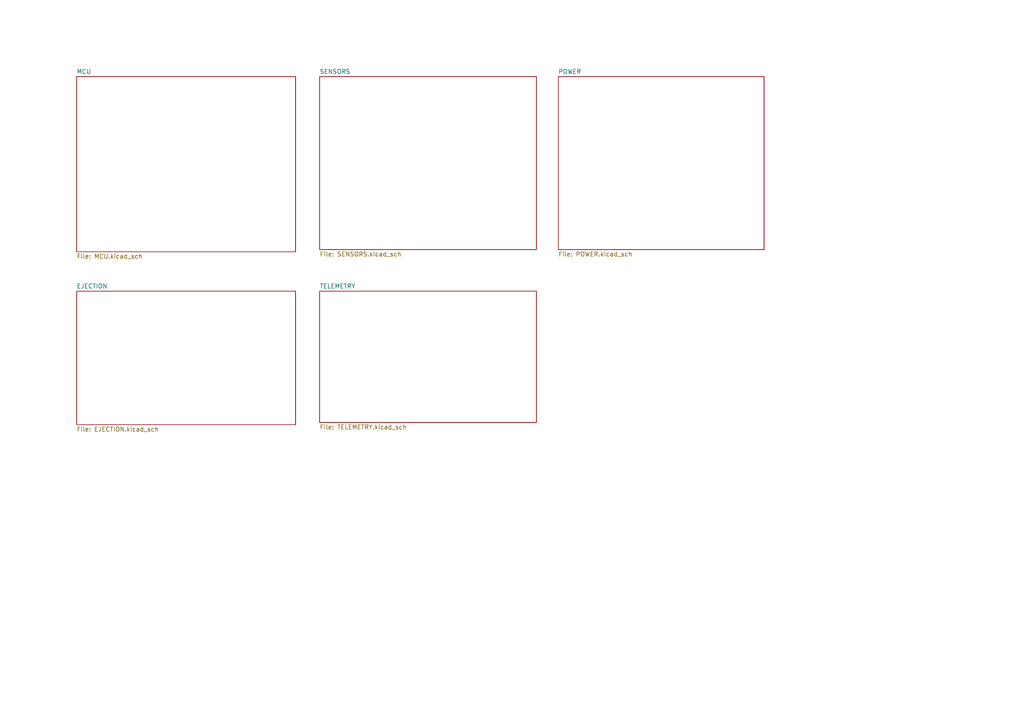
<source format=kicad_sch>
(kicad_sch (version 20211123) (generator eeschema)

  (uuid e63e39d7-6ac0-4ffd-8aa3-1841a4541b55)

  (paper "A4")

  (title_block
    (title "SRAD Altimeter MK1")
    (date "2022-07-24")
    (rev "1.0")
    (company "Illinois Space Society")
  )

  (lib_symbols
  )


  (sheet (at 22.225 84.455) (size 63.5 38.735) (fields_autoplaced)
    (stroke (width 0.1524) (type solid) (color 0 0 0 0))
    (fill (color 0 0 0 0.0000))
    (uuid 01815d6f-649b-4691-94f8-fa62f1a8f9ee)
    (property "Sheet name" "EJECTION" (id 0) (at 22.225 83.7434 0)
      (effects (font (size 1.27 1.27)) (justify left bottom))
    )
    (property "Sheet file" "EJECTION.kicad_sch" (id 1) (at 22.225 123.7746 0)
      (effects (font (size 1.27 1.27)) (justify left top))
    )
  )

  (sheet (at 92.71 84.455) (size 62.865 38.1) (fields_autoplaced)
    (stroke (width 0.1524) (type solid) (color 0 0 0 0))
    (fill (color 0 0 0 0.0000))
    (uuid 0f2723f3-efa0-49b7-9b45-49d5a29d12a2)
    (property "Sheet name" "TELEMETRY" (id 0) (at 92.71 83.7434 0)
      (effects (font (size 1.27 1.27)) (justify left bottom))
    )
    (property "Sheet file" "TELEMETRY.kicad_sch" (id 1) (at 92.71 123.1396 0)
      (effects (font (size 1.27 1.27)) (justify left top))
    )
  )

  (sheet (at 22.225 22.225) (size 63.5 50.8) (fields_autoplaced)
    (stroke (width 0.1524) (type solid) (color 0 0 0 0))
    (fill (color 0 0 0 0.0000))
    (uuid b88e37e1-be96-45eb-9f50-96ad487b90f5)
    (property "Sheet name" "MCU" (id 0) (at 22.225 21.5134 0)
      (effects (font (size 1.27 1.27)) (justify left bottom))
    )
    (property "Sheet file" "MCU.kicad_sch" (id 1) (at 22.225 73.6096 0)
      (effects (font (size 1.27 1.27)) (justify left top))
    )
  )

  (sheet (at 92.71 22.225) (size 62.865 50.165) (fields_autoplaced)
    (stroke (width 0.1524) (type solid) (color 0 0 0 0))
    (fill (color 0 0 0 0.0000))
    (uuid cb7fbc64-6ceb-43d7-bbb6-79cb5ad2c49a)
    (property "Sheet name" "SENSORS" (id 0) (at 92.71 21.5134 0)
      (effects (font (size 1.27 1.27)) (justify left bottom))
    )
    (property "Sheet file" "SENSORS.kicad_sch" (id 1) (at 92.71 72.9746 0)
      (effects (font (size 1.27 1.27)) (justify left top))
    )
  )

  (sheet (at 161.925 22.225) (size 59.69 50.165) (fields_autoplaced)
    (stroke (width 0.1524) (type solid) (color 0 0 0 0))
    (fill (color 0 0 0 0.0000))
    (uuid f69f1fa1-ad9a-4b8e-a9aa-599f790d71d7)
    (property "Sheet name" "POWER" (id 0) (at 161.925 21.5134 0)
      (effects (font (size 1.27 1.27)) (justify left bottom))
    )
    (property "Sheet file" "POWER.kicad_sch" (id 1) (at 161.925 72.9746 0)
      (effects (font (size 1.27 1.27)) (justify left top))
    )
  )

  (sheet_instances
    (path "/" (page "1"))
    (path "/b88e37e1-be96-45eb-9f50-96ad487b90f5" (page "2"))
    (path "/cb7fbc64-6ceb-43d7-bbb6-79cb5ad2c49a" (page "3"))
    (path "/f69f1fa1-ad9a-4b8e-a9aa-599f790d71d7" (page "4"))
    (path "/01815d6f-649b-4691-94f8-fa62f1a8f9ee" (page "5"))
    (path "/0f2723f3-efa0-49b7-9b45-49d5a29d12a2" (page "6"))
  )

  (symbol_instances
    (path "/01815d6f-649b-4691-94f8-fa62f1a8f9ee/017e674e-901d-4413-b237-39061f0d4fb4"
      (reference "#PWR?") (unit 1) (value "GND") (footprint "")
    )
    (path "/01815d6f-649b-4691-94f8-fa62f1a8f9ee/02947b9a-d4be-45fd-9537-90eb21bae0ef"
      (reference "#PWR?") (unit 1) (value "GND") (footprint "")
    )
    (path "/cb7fbc64-6ceb-43d7-bbb6-79cb5ad2c49a/055f5a0f-458a-4fae-8b82-628edcec17a8"
      (reference "#PWR?") (unit 1) (value "GND") (footprint "")
    )
    (path "/01815d6f-649b-4691-94f8-fa62f1a8f9ee/0836b0a2-5a95-4723-a574-6fbe323bb55a"
      (reference "#PWR?") (unit 1) (value "GND") (footprint "")
    )
    (path "/01815d6f-649b-4691-94f8-fa62f1a8f9ee/1562306c-df39-47de-84c0-bc1b1fd0d718"
      (reference "#PWR?") (unit 1) (value "GND") (footprint "")
    )
    (path "/f69f1fa1-ad9a-4b8e-a9aa-599f790d71d7/29f59b6f-16bc-4e4c-85c8-6347c71f3b1f"
      (reference "#PWR?") (unit 1) (value "GND") (footprint "")
    )
    (path "/f69f1fa1-ad9a-4b8e-a9aa-599f790d71d7/340ceb86-a573-4c9a-8ed4-778b70cc3246"
      (reference "#PWR?") (unit 1) (value "GND") (footprint "")
    )
    (path "/01815d6f-649b-4691-94f8-fa62f1a8f9ee/37ea2744-8b92-4da3-b709-88f79dd2b24b"
      (reference "#PWR?") (unit 1) (value "GND") (footprint "")
    )
    (path "/01815d6f-649b-4691-94f8-fa62f1a8f9ee/39d28f62-8998-42d6-b49e-66e54d229934"
      (reference "#PWR?") (unit 1) (value "GND2") (footprint "")
    )
    (path "/01815d6f-649b-4691-94f8-fa62f1a8f9ee/4092991c-3546-4a48-9ed4-6324d0d49cf1"
      (reference "#PWR?") (unit 1) (value "GND2") (footprint "")
    )
    (path "/01815d6f-649b-4691-94f8-fa62f1a8f9ee/43fbca47-0b84-4747-941d-a593d64508ef"
      (reference "#PWR?") (unit 1) (value "GND") (footprint "")
    )
    (path "/01815d6f-649b-4691-94f8-fa62f1a8f9ee/4d157688-d0c1-4a37-aa62-031a1846a3e8"
      (reference "#PWR?") (unit 1) (value "GND") (footprint "")
    )
    (path "/cb7fbc64-6ceb-43d7-bbb6-79cb5ad2c49a/51784ed6-b7ec-4deb-927e-94fcff78af76"
      (reference "#PWR?") (unit 1) (value "GND") (footprint "")
    )
    (path "/01815d6f-649b-4691-94f8-fa62f1a8f9ee/53e90b15-03bd-4ef2-b6e8-7af49613d188"
      (reference "#PWR?") (unit 1) (value "GND") (footprint "")
    )
    (path "/cb7fbc64-6ceb-43d7-bbb6-79cb5ad2c49a/699a1c17-d3e8-4549-910c-1c7783cb43cc"
      (reference "#PWR?") (unit 1) (value "GND") (footprint "")
    )
    (path "/01815d6f-649b-4691-94f8-fa62f1a8f9ee/72713c3b-d51e-4a7b-9851-957e7658667c"
      (reference "#PWR?") (unit 1) (value "GND") (footprint "")
    )
    (path "/f69f1fa1-ad9a-4b8e-a9aa-599f790d71d7/73fa3859-8d43-40a2-968e-56f969f8b972"
      (reference "#PWR?") (unit 1) (value "GND") (footprint "")
    )
    (path "/01815d6f-649b-4691-94f8-fa62f1a8f9ee/7c51f7bf-9940-4a20-aaad-08cd605d21df"
      (reference "#PWR?") (unit 1) (value "GND2") (footprint "")
    )
    (path "/01815d6f-649b-4691-94f8-fa62f1a8f9ee/837b80c5-ea27-4755-af74-3786b3a150a2"
      (reference "#PWR?") (unit 1) (value "GND") (footprint "")
    )
    (path "/01815d6f-649b-4691-94f8-fa62f1a8f9ee/8eba3471-54c6-4e4c-8a0c-7044e73c99b5"
      (reference "#PWR?") (unit 1) (value "GND") (footprint "")
    )
    (path "/01815d6f-649b-4691-94f8-fa62f1a8f9ee/99232e1c-7bce-4e9b-8c3b-45b6b55bd6c9"
      (reference "#PWR?") (unit 1) (value "GND2") (footprint "")
    )
    (path "/cb7fbc64-6ceb-43d7-bbb6-79cb5ad2c49a/9d7d89b5-7c7b-4bba-82b7-851e9dd04d2d"
      (reference "#PWR?") (unit 1) (value "GND") (footprint "")
    )
    (path "/cb7fbc64-6ceb-43d7-bbb6-79cb5ad2c49a/a58e35a9-76eb-4585-9f48-b9c97478af6b"
      (reference "#PWR?") (unit 1) (value "GND") (footprint "")
    )
    (path "/01815d6f-649b-4691-94f8-fa62f1a8f9ee/af651563-6477-4f0c-af9a-ccd8af8309f9"
      (reference "#PWR?") (unit 1) (value "GND") (footprint "")
    )
    (path "/01815d6f-649b-4691-94f8-fa62f1a8f9ee/b0a63ef2-338b-4081-a66d-d443070b9cbc"
      (reference "#PWR?") (unit 1) (value "GND") (footprint "")
    )
    (path "/01815d6f-649b-4691-94f8-fa62f1a8f9ee/b2f822a9-dcea-498b-aa1b-01b441d3f53d"
      (reference "#PWR?") (unit 1) (value "GND") (footprint "")
    )
    (path "/01815d6f-649b-4691-94f8-fa62f1a8f9ee/d6f29f8f-8618-4740-99de-8d85de58ea1a"
      (reference "#PWR?") (unit 1) (value "GND2") (footprint "")
    )
    (path "/01815d6f-649b-4691-94f8-fa62f1a8f9ee/e343c509-d9b9-4578-8c75-4e4b4a20c851"
      (reference "#PWR?") (unit 1) (value "GND2") (footprint "")
    )
    (path "/f69f1fa1-ad9a-4b8e-a9aa-599f790d71d7/e797bca5-bde5-48ac-8720-ec98feda2227"
      (reference "#PWR?") (unit 1) (value "GND") (footprint "")
    )
    (path "/01815d6f-649b-4691-94f8-fa62f1a8f9ee/eeef3750-49ba-4dde-8286-dcfbf19082b4"
      (reference "#PWR?") (unit 1) (value "GND") (footprint "")
    )
    (path "/cb7fbc64-6ceb-43d7-bbb6-79cb5ad2c49a/efd90f4c-d9f5-4142-8b83-d62b7f00a3b6"
      (reference "#PWR?") (unit 1) (value "GND") (footprint "")
    )
    (path "/01815d6f-649b-4691-94f8-fa62f1a8f9ee/f58374b7-4de5-4acb-a6a8-7cf0a8ccb4cc"
      (reference "#PWR?") (unit 1) (value "GND") (footprint "")
    )
    (path "/01815d6f-649b-4691-94f8-fa62f1a8f9ee/f5c681b3-8359-4ff2-8865-72e5cb886fa0"
      (reference "#PWR?") (unit 1) (value "GND") (footprint "")
    )
    (path "/01815d6f-649b-4691-94f8-fa62f1a8f9ee/fa1c4b39-720e-404d-b535-43d50ed94e66"
      (reference "#PWR?") (unit 1) (value "GND") (footprint "")
    )
    (path "/f69f1fa1-ad9a-4b8e-a9aa-599f790d71d7/572f81cd-b604-47e4-94fb-6a7a06b53f8b"
      (reference "BT?") (unit 1) (value "Battery_Cell") (footprint "")
    )
    (path "/b88e37e1-be96-45eb-9f50-96ad487b90f5/6fa936aa-c627-4c9c-9f6b-85354c33e36f"
      (reference "C1") (unit 1) (value "100 nF") (footprint "")
    )
    (path "/cb7fbc64-6ceb-43d7-bbb6-79cb5ad2c49a/fb8264c7-6c72-4dc9-9e2d-4b8d3691dafd"
      (reference "C1") (unit 1) (value "10 nF") (footprint "")
    )
    (path "/b88e37e1-be96-45eb-9f50-96ad487b90f5/ee1d5221-60dd-4d98-866a-ba9c5e222efd"
      (reference "C2") (unit 1) (value "4.7uF") (footprint "")
    )
    (path "/cb7fbc64-6ceb-43d7-bbb6-79cb5ad2c49a/ef8d8fb3-5070-4e28-90c4-dd707b0c10df"
      (reference "C2") (unit 1) (value "100 nF") (footprint "")
    )
    (path "/cb7fbc64-6ceb-43d7-bbb6-79cb5ad2c49a/4db84591-54f0-4de0-84d5-2516c209deaa"
      (reference "C3") (unit 1) (value "100 nF") (footprint "")
    )
    (path "/b88e37e1-be96-45eb-9f50-96ad487b90f5/e77a2af7-092f-487d-862e-2ad26102fb13"
      (reference "C3") (unit 1) (value "100 nF") (footprint "")
    )
    (path "/cb7fbc64-6ceb-43d7-bbb6-79cb5ad2c49a/4bd55edd-0455-4689-a69d-53b904588cb7"
      (reference "C4") (unit 1) (value "100 nF") (footprint "")
    )
    (path "/b88e37e1-be96-45eb-9f50-96ad487b90f5/8313288f-7bd4-4248-95e0-a73edbc2ab9b"
      (reference "C4") (unit 1) (value "100 nF") (footprint "")
    )
    (path "/cb7fbc64-6ceb-43d7-bbb6-79cb5ad2c49a/39eb14a5-8c3d-473e-9b7e-fe21138f35cb"
      (reference "C5") (unit 1) (value "10 uF") (footprint "")
    )
    (path "/b88e37e1-be96-45eb-9f50-96ad487b90f5/90f73d9c-d85f-4b8b-ae1b-19a67bd814e8"
      (reference "C5") (unit 1) (value "100 nF") (footprint "")
    )
    (path "/b88e37e1-be96-45eb-9f50-96ad487b90f5/84fa0a16-3283-4611-9ede-04eb897c7e87"
      (reference "C6") (unit 1) (value "100 nF") (footprint "")
    )
    (path "/cb7fbc64-6ceb-43d7-bbb6-79cb5ad2c49a/fd155d90-113b-4189-b1ec-46162e582337"
      (reference "C6") (unit 1) (value "100 nF") (footprint "")
    )
    (path "/cb7fbc64-6ceb-43d7-bbb6-79cb5ad2c49a/03d0ae29-1af6-4c6a-9099-9041f4fc4cac"
      (reference "C7") (unit 1) (value "100 nF") (footprint "")
    )
    (path "/b88e37e1-be96-45eb-9f50-96ad487b90f5/4bbb1a57-c22b-4965-9839-30ea38ff443f"
      (reference "C7") (unit 1) (value "100 nF") (footprint "")
    )
    (path "/b88e37e1-be96-45eb-9f50-96ad487b90f5/0e8a88e6-81d7-49a2-a07a-46850019453d"
      (reference "C8") (unit 1) (value "10 uF") (footprint "")
    )
    (path "/b88e37e1-be96-45eb-9f50-96ad487b90f5/52450732-8290-4104-8fd3-a8609ededaa9"
      (reference "C8") (unit 1) (value "100 nF") (footprint "")
    )
    (path "/cb7fbc64-6ceb-43d7-bbb6-79cb5ad2c49a/be8511a3-fc0c-4891-9a75-c63ccdd54d1c"
      (reference "C8") (unit 1) (value "10 uF") (footprint "")
    )
    (path "/b88e37e1-be96-45eb-9f50-96ad487b90f5/f64df147-4646-4074-a235-9e86d192b63b"
      (reference "C9") (unit 1) (value "100 nF") (footprint "")
    )
    (path "/b88e37e1-be96-45eb-9f50-96ad487b90f5/83fff55e-a2f9-4414-b881-d597d7c80de5"
      (reference "C10") (unit 1) (value "4.7 uF") (footprint "")
    )
    (path "/f69f1fa1-ad9a-4b8e-a9aa-599f790d71d7/0fc59091-a63e-45de-94be-7f39e66781bc"
      (reference "C?") (unit 1) (value "47u") (footprint "")
    )
    (path "/f69f1fa1-ad9a-4b8e-a9aa-599f790d71d7/52ed092d-b8f7-4c13-a80c-db65315a7aa9"
      (reference "C?") (unit 1) (value "10n") (footprint "")
    )
    (path "/f69f1fa1-ad9a-4b8e-a9aa-599f790d71d7/a20aae3b-982d-42fe-a384-99d8e3ec238b"
      (reference "C?") (unit 1) (value "4.7u") (footprint "")
    )
    (path "/f69f1fa1-ad9a-4b8e-a9aa-599f790d71d7/affa5ee7-2644-43f5-8bb6-4f65bce7c737"
      (reference "C?") (unit 1) (value "4.7u") (footprint "")
    )
    (path "/f69f1fa1-ad9a-4b8e-a9aa-599f790d71d7/c12aa31d-782c-4813-a1a8-04c7ba1ad775"
      (reference "C?") (unit 1) (value "1u") (footprint "")
    )
    (path "/f69f1fa1-ad9a-4b8e-a9aa-599f790d71d7/6f707925-eea7-40ed-9828-e9694612eb3e"
      (reference "D?") (unit 1) (value "LED") (footprint "")
    )
    (path "/f69f1fa1-ad9a-4b8e-a9aa-599f790d71d7/7f905bdd-0e7b-4e7c-ba65-577267958a94"
      (reference "D?") (unit 1) (value "GREEN") (footprint "")
    )
    (path "/f69f1fa1-ad9a-4b8e-a9aa-599f790d71d7/8bdf656c-107f-41b0-b81f-cbdc26cb9aa5"
      (reference "D?") (unit 1) (value "LED") (footprint "")
    )
    (path "/f69f1fa1-ad9a-4b8e-a9aa-599f790d71d7/f28b7aa8-d431-412e-953b-5ecc1d5321d0"
      (reference "D?") (unit 1) (value "D") (footprint "")
    )
    (path "/cb7fbc64-6ceb-43d7-bbb6-79cb5ad2c49a/d6062e43-4807-4369-8118-13e5966f4e23"
      (reference "JP1") (unit 1) (value "SolderJumper_2_Open") (footprint "Jumper:SolderJumper-2_P1.3mm_Open_RoundedPad1.0x1.5mm")
    )
    (path "/cb7fbc64-6ceb-43d7-bbb6-79cb5ad2c49a/26c7b703-d881-43a3-9920-b350c990cec7"
      (reference "JP2") (unit 1) (value "SolderJumper_2_Open") (footprint "Jumper:SolderJumper-2_P1.3mm_Open_RoundedPad1.0x1.5mm")
    )
    (path "/cb7fbc64-6ceb-43d7-bbb6-79cb5ad2c49a/9d23e47d-122d-4356-ab41-01d53acc8b9d"
      (reference "JP3") (unit 1) (value "SolderJumper_2_Open") (footprint "Jumper:SolderJumper-2_P1.3mm_Open_RoundedPad1.0x1.5mm")
    )
    (path "/01815d6f-649b-4691-94f8-fa62f1a8f9ee/8de50571-be4c-46f8-a1a5-466d1c7c9c25"
      (reference "Q?") (unit 1) (value "Q_NMOS_DGS") (footprint "")
    )
    (path "/01815d6f-649b-4691-94f8-fa62f1a8f9ee/90135ee8-00a1-4393-844d-0244af995286"
      (reference "Q?") (unit 1) (value "Q_NMOS_DGS") (footprint "")
    )
    (path "/01815d6f-649b-4691-94f8-fa62f1a8f9ee/988fbef7-5e78-42c2-8561-098dd89b50c5"
      (reference "Q?") (unit 1) (value "Q_NMOS_DGS") (footprint "")
    )
    (path "/01815d6f-649b-4691-94f8-fa62f1a8f9ee/c290b431-01f6-468c-806a-e4eb2444dabb"
      (reference "Q?") (unit 1) (value "Q_NMOS_DGS") (footprint "")
    )
    (path "/01815d6f-649b-4691-94f8-fa62f1a8f9ee/da9bf742-db1b-4cbb-ac7c-7d2b6efbd7be"
      (reference "Q?") (unit 1) (value "Q_NMOS_DGS") (footprint "")
    )
    (path "/01815d6f-649b-4691-94f8-fa62f1a8f9ee/ec5579c9-9671-431f-bfd8-c1255d325d71"
      (reference "Q?") (unit 1) (value "Q_NMOS_DGS") (footprint "")
    )
    (path "/f69f1fa1-ad9a-4b8e-a9aa-599f790d71d7/075df7f1-77bd-460b-b227-ab024396fbed"
      (reference "R?") (unit 1) (value "10k") (footprint "")
    )
    (path "/01815d6f-649b-4691-94f8-fa62f1a8f9ee/2c76784b-b3ad-47e1-8bc9-05815fca1af4"
      (reference "R?") (unit 1) (value "R_US") (footprint "")
    )
    (path "/f69f1fa1-ad9a-4b8e-a9aa-599f790d71d7/2c7e80af-452a-4f8e-ac63-4b34a42cbfb9"
      (reference "R?") (unit 1) (value "1k") (footprint "")
    )
    (path "/01815d6f-649b-4691-94f8-fa62f1a8f9ee/3026d82c-921a-41a3-8b3a-783f0eeb0148"
      (reference "R?") (unit 1) (value "R_US") (footprint "")
    )
    (path "/01815d6f-649b-4691-94f8-fa62f1a8f9ee/3102bd0c-ca27-44a2-9316-03104e39cccf"
      (reference "R?") (unit 1) (value "R_US") (footprint "")
    )
    (path "/f69f1fa1-ad9a-4b8e-a9aa-599f790d71d7/329a5d94-cff2-4296-a9a6-1841aaa15dd0"
      (reference "R?") (unit 1) (value "10k") (footprint "")
    )
    (path "/01815d6f-649b-4691-94f8-fa62f1a8f9ee/3b285701-51a4-4c42-af3e-1ff3550231bd"
      (reference "R?") (unit 1) (value "R_US") (footprint "")
    )
    (path "/f69f1fa1-ad9a-4b8e-a9aa-599f790d71d7/3e66d598-fb48-4e7a-8052-065ef79ad97c"
      (reference "R?") (unit 1) (value "8.06k") (footprint "")
    )
    (path "/01815d6f-649b-4691-94f8-fa62f1a8f9ee/4470ed19-c2a5-40bf-b23b-cc81923a65c7"
      (reference "R?") (unit 1) (value "R_US") (footprint "")
    )
    (path "/01815d6f-649b-4691-94f8-fa62f1a8f9ee/6a09f20a-411a-456b-8728-928be50490a5"
      (reference "R?") (unit 1) (value "R_US") (footprint "")
    )
    (path "/f69f1fa1-ad9a-4b8e-a9aa-599f790d71d7/6e495647-032c-4030-beda-0a8613cb9979"
      (reference "R?") (unit 1) (value "1k") (footprint "")
    )
    (path "/01815d6f-649b-4691-94f8-fa62f1a8f9ee/6e4ff5dc-885d-4435-a0ec-5c07c607b659"
      (reference "R?") (unit 1) (value "R_US") (footprint "")
    )
    (path "/01815d6f-649b-4691-94f8-fa62f1a8f9ee/75091995-e3c5-4f37-927f-d153f0d72ef5"
      (reference "R?") (unit 1) (value "R_US") (footprint "")
    )
    (path "/01815d6f-649b-4691-94f8-fa62f1a8f9ee/756d62c6-9a10-4a89-9d3f-9aca263d4a3c"
      (reference "R?") (unit 1) (value "R_US") (footprint "")
    )
    (path "/f69f1fa1-ad9a-4b8e-a9aa-599f790d71d7/7e4c0cf7-4d5a-47a0-b9dc-c89e97976e89"
      (reference "R?") (unit 1) (value "1k") (footprint "")
    )
    (path "/01815d6f-649b-4691-94f8-fa62f1a8f9ee/80e3d633-9f9c-4abe-8519-fdf0a97632b6"
      (reference "R?") (unit 1) (value "R_US") (footprint "")
    )
    (path "/01815d6f-649b-4691-94f8-fa62f1a8f9ee/84a59267-0308-405e-b2e1-86d411821658"
      (reference "R?") (unit 1) (value "R_US") (footprint "")
    )
    (path "/f69f1fa1-ad9a-4b8e-a9aa-599f790d71d7/893a9d28-036d-4f95-b2c0-9ddb25e5cb13"
      (reference "R?") (unit 1) (value "10k") (footprint "")
    )
    (path "/01815d6f-649b-4691-94f8-fa62f1a8f9ee/8e77341e-57ad-4bcc-8ed6-20a5383f68f0"
      (reference "R?") (unit 1) (value "R_US") (footprint "")
    )
    (path "/01815d6f-649b-4691-94f8-fa62f1a8f9ee/8e87d2b1-b1d2-438e-9910-5ac618b8f3fe"
      (reference "R?") (unit 1) (value "R_US") (footprint "")
    )
    (path "/01815d6f-649b-4691-94f8-fa62f1a8f9ee/9163fa68-9c7d-45ed-a67f-f5e4ae471e14"
      (reference "R?") (unit 1) (value "R_US") (footprint "")
    )
    (path "/01815d6f-649b-4691-94f8-fa62f1a8f9ee/97aa6820-6671-4b1a-ac93-ed5c964ddb92"
      (reference "R?") (unit 1) (value "R_US") (footprint "")
    )
    (path "/01815d6f-649b-4691-94f8-fa62f1a8f9ee/97fa9d26-4b51-42fc-830d-6665d1b65c20"
      (reference "R?") (unit 1) (value "R_US") (footprint "")
    )
    (path "/01815d6f-649b-4691-94f8-fa62f1a8f9ee/a0783d76-2ae1-4d9b-b45e-981cddb54eec"
      (reference "R?") (unit 1) (value "R_US") (footprint "")
    )
    (path "/01815d6f-649b-4691-94f8-fa62f1a8f9ee/ba021dd5-91d5-4b51-82c2-cb6b1cf7e4d5"
      (reference "R?") (unit 1) (value "R_US") (footprint "")
    )
    (path "/01815d6f-649b-4691-94f8-fa62f1a8f9ee/c8f60960-af43-4659-ab4e-c826dcdb9cdb"
      (reference "R?") (unit 1) (value "R_US") (footprint "")
    )
    (path "/01815d6f-649b-4691-94f8-fa62f1a8f9ee/d50ae0a2-5e20-45b3-9222-f970f2d7268b"
      (reference "R?") (unit 1) (value "R_US") (footprint "")
    )
    (path "/01815d6f-649b-4691-94f8-fa62f1a8f9ee/d88661e3-4da7-4351-9869-7d0811683842"
      (reference "R?") (unit 1) (value "R_US") (footprint "")
    )
    (path "/01815d6f-649b-4691-94f8-fa62f1a8f9ee/dfa8b8d7-31e4-4ec1-9665-9dd4c1c0c5ca"
      (reference "R?") (unit 1) (value "R_US") (footprint "")
    )
    (path "/f69f1fa1-ad9a-4b8e-a9aa-599f790d71d7/e3ab2899-018b-466e-9b5c-b53814b894fb"
      (reference "R?") (unit 1) (value "9.09k") (footprint "")
    )
    (path "/01815d6f-649b-4691-94f8-fa62f1a8f9ee/e4aed317-ccee-4501-835b-043612243008"
      (reference "R?") (unit 1) (value "R_US") (footprint "")
    )
    (path "/01815d6f-649b-4691-94f8-fa62f1a8f9ee/f8bac7d5-431a-4dc6-b2e9-4d8298ba3538"
      (reference "R?") (unit 1) (value "R_US") (footprint "")
    )
    (path "/cb7fbc64-6ceb-43d7-bbb6-79cb5ad2c49a/a0897cb2-fc7f-48f5-81d7-a707f6378677"
      (reference "U1") (unit 1) (value "LSM9DS1") (footprint "Package_LGA:LGA-24L_3x3.5mm_P0.43mm")
    )
    (path "/cb7fbc64-6ceb-43d7-bbb6-79cb5ad2c49a/ae9fe9fa-a252-40ae-b6cc-334712d5eaf7"
      (reference "U2") (unit 1) (value "MS5611-01BA") (footprint "Package_LGA:LGA-8_3x5mm_P1.25mm")
    )
    (path "/cb7fbc64-6ceb-43d7-bbb6-79cb5ad2c49a/96a372c4-b6b7-42b8-a79b-5dea3f678a9c"
      (reference "U3") (unit 1) (value "H3LIS331DL") (footprint "Package_LGA:LGA-16_3x3mm_P0.5mm_LayoutBorder3x5y")
    )
    (path "/01815d6f-649b-4691-94f8-fa62f1a8f9ee/11a1c5a5-2047-4a10-85ea-e57f4ed527eb"
      (reference "U?") (unit 1) (value "LM397") (footprint "Package_TO_SOT_SMD:SOT-23-5")
    )
    (path "/01815d6f-649b-4691-94f8-fa62f1a8f9ee/25b2c4c9-f476-4f52-95be-9f8f3fd59677"
      (reference "U?") (unit 1) (value "LM397") (footprint "Package_TO_SOT_SMD:SOT-23-5")
    )
    (path "/01815d6f-649b-4691-94f8-fa62f1a8f9ee/2997325c-a199-47fd-81b9-084b5bee45c1"
      (reference "U?") (unit 1) (value "LM397") (footprint "Package_TO_SOT_SMD:SOT-23-5")
    )
    (path "/01815d6f-649b-4691-94f8-fa62f1a8f9ee/3d24e518-4e02-4adb-82e1-bb768f8e0e62"
      (reference "U?") (unit 1) (value "LM397") (footprint "Package_TO_SOT_SMD:SOT-23-5")
    )
    (path "/01815d6f-649b-4691-94f8-fa62f1a8f9ee/4da0e304-e865-4ea5-9fb0-7237b9420351"
      (reference "U?") (unit 1) (value "LM397") (footprint "Package_TO_SOT_SMD:SOT-23-5")
    )
    (path "/b88e37e1-be96-45eb-9f50-96ad487b90f5/714329bf-6f45-4c86-ab7d-c77948b2f0b5"
      (reference "U?") (unit 1) (value "UFBGA132") (footprint "")
    )
    (path "/f69f1fa1-ad9a-4b8e-a9aa-599f790d71d7/78a6467b-4ecf-4898-a0ea-57f34d796643"
      (reference "U?") (unit 1) (value "MCP73831-2-OT") (footprint "Package_TO_SOT_SMD:SOT-23-5")
    )
    (path "/f69f1fa1-ad9a-4b8e-a9aa-599f790d71d7/b465219d-9d2c-40ff-92d3-3e6efcaea59f"
      (reference "U?") (unit 1) (value "TC2185-3.3VxCTTR") (footprint "Package_TO_SOT_SMD:SOT-23-5")
    )
    (path "/01815d6f-649b-4691-94f8-fa62f1a8f9ee/c3027b53-e306-4bbd-b1d8-9a3a210c56d0"
      (reference "U?") (unit 1) (value "LM397") (footprint "Package_TO_SOT_SMD:SOT-23-5")
    )
  )
)

</source>
